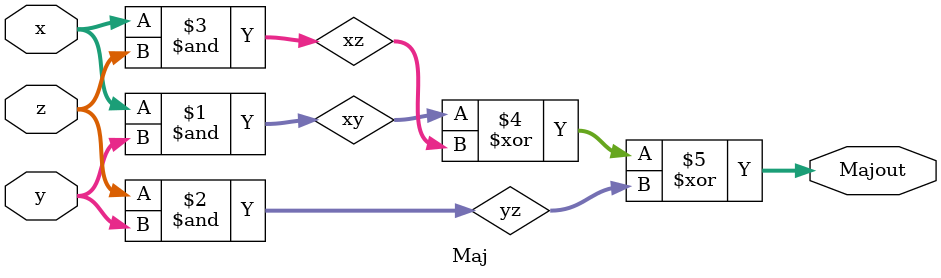
<source format=v>
module Maj #
(
    parameter DATA_WIDTH = 32
)

(
    input   wire    [DATA_WIDTH - 1:0]  x       ,
    input   wire    [DATA_WIDTH - 1:0]  y       ,
    input   wire    [DATA_WIDTH - 1:0]  z       ,

    output  wire    [DATA_WIDTH - 1:0]  Majout
);

wire [DATA_WIDTH - 1:0] xy  ;
wire [DATA_WIDTH - 1:0] yz  ;
wire [DATA_WIDTH - 1:0] xz  ;

assign xy = x & y;
assign yz = z & y;
assign xz = x & z;
assign Majout = xy ^ xz ^ yz;

endmodule
</source>
